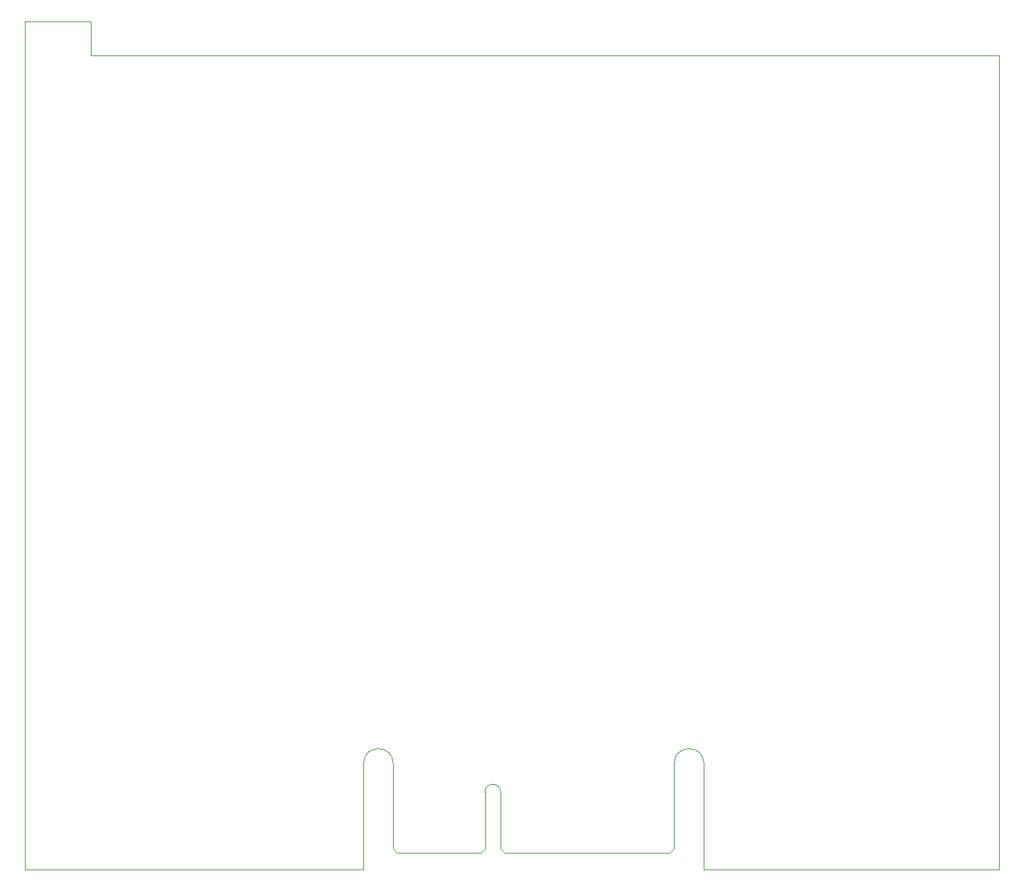
<source format=gm1>
G04*
G04 #@! TF.GenerationSoftware,Altium Limited,Altium Designer,23.0.1 (38)*
G04*
G04 Layer_Color=16711935*
%FSAX25Y25*%
%MOIN*%
G70*
G04*
G04 #@! TF.SameCoordinates,6E8D14A1-A76B-48EF-8A5D-7AFE63AE9358*
G04*
G04*
G04 #@! TF.FilePolarity,Positive*
G04*
G01*
G75*
%ADD13C,0.00394*%
D13*
X0326575Y0050886D02*
G03*
X0312205Y0050886I-0007185J0000000D01*
G01*
X0177165D02*
G03*
X0162795Y0050886I-0007185J0000000D01*
G01*
X0228740Y0037205D02*
G03*
X0221260Y0037205I-0003740J0000000D01*
G01*
X0000000Y0407874D02*
X0031890D01*
X0000000Y0000000D02*
Y0407874D01*
X0031890Y0391732D02*
Y0407874D01*
X0000000Y-0000000D02*
X0162795Y0000000D01*
X0326575D02*
Y0050886D01*
X0312205Y0009843D02*
Y0050886D01*
X0326575Y0000000D02*
X0468504D01*
X0031890Y0391732D02*
X0468504D01*
X0162795Y0000000D02*
Y0050886D01*
X0468504Y0391732D02*
X0468504Y0000000D01*
X0177165Y0009843D02*
Y0050886D01*
X0179134Y0007874D02*
X0219291D01*
X0221260Y0009843D02*
Y0037205D01*
X0228740Y0009843D02*
Y0037205D01*
X0230709Y0007874D02*
X0310236D01*
X0177165Y0009843D02*
X0179134Y0007874D01*
X0219291D02*
X0221260Y0009843D01*
X0228740D02*
X0230709Y0007874D01*
X0310236D02*
X0312205Y0009843D01*
M02*

</source>
